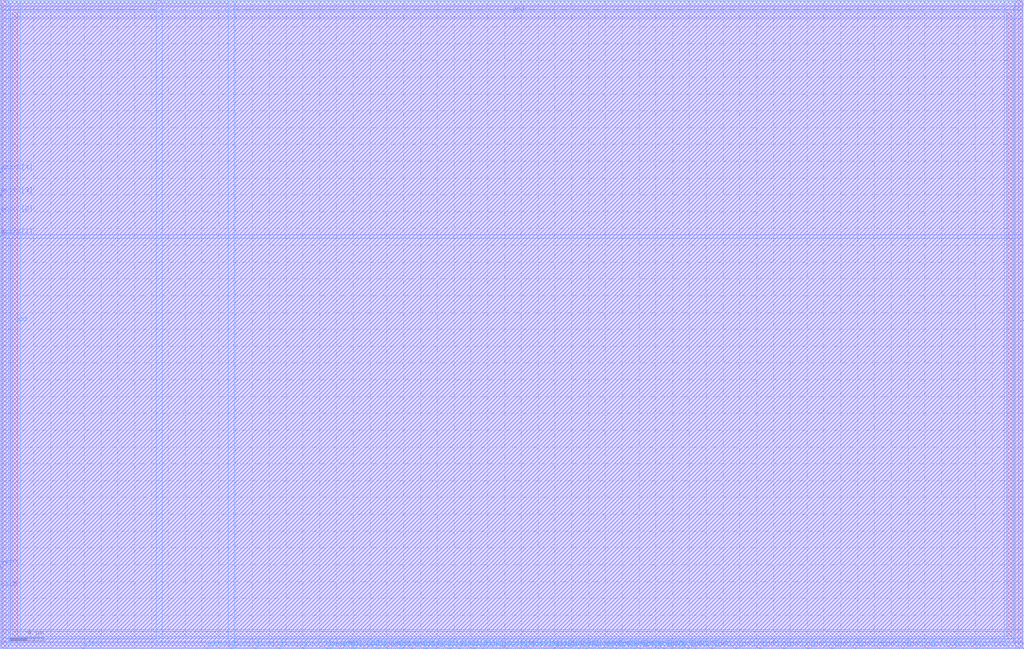
<source format=lef>
VERSION 5.4 ;
NAMESCASESENSITIVE ON ;
BUSBITCHARS "[]" ;
DIVIDERCHAR "/" ;
UNITS
  DATABASE MICRONS 2000 ;
END UNITS
MACRO sram_32b_64_1rw_freepdk45
   CLASS BLOCK ;
   SIZE 121.82 BY 77.215 ;
   SYMMETRY X Y R90 ;
   PIN din0[0]
      DIRECTION INPUT ;
      PORT
         LAYER metal4 ;
         RECT  27.4325 0.0 27.5725 0.14 ;
      END
   END din0[0]
   PIN din0[1]
      DIRECTION INPUT ;
      PORT
         LAYER metal4 ;
         RECT  30.2925 0.0 30.4325 0.14 ;
      END
   END din0[1]
   PIN din0[2]
      DIRECTION INPUT ;
      PORT
         LAYER metal4 ;
         RECT  33.1525 0.0 33.2925 0.14 ;
      END
   END din0[2]
   PIN din0[3]
      DIRECTION INPUT ;
      PORT
         LAYER metal4 ;
         RECT  36.0125 0.0 36.1525 0.14 ;
      END
   END din0[3]
   PIN din0[4]
      DIRECTION INPUT ;
      PORT
         LAYER metal4 ;
         RECT  38.8725 0.0 39.0125 0.14 ;
      END
   END din0[4]
   PIN din0[5]
      DIRECTION INPUT ;
      PORT
         LAYER metal4 ;
         RECT  41.7325 0.0 41.8725 0.14 ;
      END
   END din0[5]
   PIN din0[6]
      DIRECTION INPUT ;
      PORT
         LAYER metal4 ;
         RECT  44.5925 0.0 44.7325 0.14 ;
      END
   END din0[6]
   PIN din0[7]
      DIRECTION INPUT ;
      PORT
         LAYER metal4 ;
         RECT  47.4525 0.0 47.5925 0.14 ;
      END
   END din0[7]
   PIN din0[8]
      DIRECTION INPUT ;
      PORT
         LAYER metal4 ;
         RECT  50.3125 0.0 50.4525 0.14 ;
      END
   END din0[8]
   PIN din0[9]
      DIRECTION INPUT ;
      PORT
         LAYER metal4 ;
         RECT  53.1725 0.0 53.3125 0.14 ;
      END
   END din0[9]
   PIN din0[10]
      DIRECTION INPUT ;
      PORT
         LAYER metal4 ;
         RECT  56.0325 0.0 56.1725 0.14 ;
      END
   END din0[10]
   PIN din0[11]
      DIRECTION INPUT ;
      PORT
         LAYER metal4 ;
         RECT  58.8925 0.0 59.0325 0.14 ;
      END
   END din0[11]
   PIN din0[12]
      DIRECTION INPUT ;
      PORT
         LAYER metal4 ;
         RECT  61.7525 0.0 61.8925 0.14 ;
      END
   END din0[12]
   PIN din0[13]
      DIRECTION INPUT ;
      PORT
         LAYER metal4 ;
         RECT  64.6125 0.0 64.7525 0.14 ;
      END
   END din0[13]
   PIN din0[14]
      DIRECTION INPUT ;
      PORT
         LAYER metal4 ;
         RECT  67.4725 0.0 67.6125 0.14 ;
      END
   END din0[14]
   PIN din0[15]
      DIRECTION INPUT ;
      PORT
         LAYER metal4 ;
         RECT  70.3325 0.0 70.4725 0.14 ;
      END
   END din0[15]
   PIN din0[16]
      DIRECTION INPUT ;
      PORT
         LAYER metal4 ;
         RECT  73.1925 0.0 73.3325 0.14 ;
      END
   END din0[16]
   PIN din0[17]
      DIRECTION INPUT ;
      PORT
         LAYER metal4 ;
         RECT  76.0525 0.0 76.1925 0.14 ;
      END
   END din0[17]
   PIN din0[18]
      DIRECTION INPUT ;
      PORT
         LAYER metal4 ;
         RECT  78.9125 0.0 79.0525 0.14 ;
      END
   END din0[18]
   PIN din0[19]
      DIRECTION INPUT ;
      PORT
         LAYER metal4 ;
         RECT  81.7725 0.0 81.9125 0.14 ;
      END
   END din0[19]
   PIN din0[20]
      DIRECTION INPUT ;
      PORT
         LAYER metal4 ;
         RECT  84.6325 0.0 84.7725 0.14 ;
      END
   END din0[20]
   PIN din0[21]
      DIRECTION INPUT ;
      PORT
         LAYER metal4 ;
         RECT  87.4925 0.0 87.6325 0.14 ;
      END
   END din0[21]
   PIN din0[22]
      DIRECTION INPUT ;
      PORT
         LAYER metal4 ;
         RECT  90.3525 0.0 90.4925 0.14 ;
      END
   END din0[22]
   PIN din0[23]
      DIRECTION INPUT ;
      PORT
         LAYER metal4 ;
         RECT  93.2125 0.0 93.3525 0.14 ;
      END
   END din0[23]
   PIN din0[24]
      DIRECTION INPUT ;
      PORT
         LAYER metal4 ;
         RECT  96.0725 0.0 96.2125 0.14 ;
      END
   END din0[24]
   PIN din0[25]
      DIRECTION INPUT ;
      PORT
         LAYER metal4 ;
         RECT  98.9325 0.0 99.0725 0.14 ;
      END
   END din0[25]
   PIN din0[26]
      DIRECTION INPUT ;
      PORT
         LAYER metal4 ;
         RECT  101.7925 0.0 101.9325 0.14 ;
      END
   END din0[26]
   PIN din0[27]
      DIRECTION INPUT ;
      PORT
         LAYER metal4 ;
         RECT  104.6525 0.0 104.7925 0.14 ;
      END
   END din0[27]
   PIN din0[28]
      DIRECTION INPUT ;
      PORT
         LAYER metal4 ;
         RECT  107.5125 0.0 107.6525 0.14 ;
      END
   END din0[28]
   PIN din0[29]
      DIRECTION INPUT ;
      PORT
         LAYER metal4 ;
         RECT  110.3725 0.0 110.5125 0.14 ;
      END
   END din0[29]
   PIN din0[30]
      DIRECTION INPUT ;
      PORT
         LAYER metal4 ;
         RECT  113.2325 0.0 113.3725 0.14 ;
      END
   END din0[30]
   PIN din0[31]
      DIRECTION INPUT ;
      PORT
         LAYER metal4 ;
         RECT  116.0925 0.0 116.2325 0.14 ;
      END
   END din0[31]
   PIN addr0[0]
      DIRECTION INPUT ;
      PORT
         LAYER metal4 ;
         RECT  24.5725 0.0 24.7125 0.14 ;
      END
   END addr0[0]
   PIN addr0[1]
      DIRECTION INPUT ;
      PORT
         LAYER metal3 ;
         RECT  0.0 48.97 0.14 49.11 ;
      END
   END addr0[1]
   PIN addr0[2]
      DIRECTION INPUT ;
      PORT
         LAYER metal3 ;
         RECT  0.0 51.7 0.14 51.84 ;
      END
   END addr0[2]
   PIN addr0[3]
      DIRECTION INPUT ;
      PORT
         LAYER metal3 ;
         RECT  0.0 53.91 0.14 54.05 ;
      END
   END addr0[3]
   PIN addr0[4]
      DIRECTION INPUT ;
      PORT
         LAYER metal3 ;
         RECT  0.0 56.64 0.14 56.78 ;
      END
   END addr0[4]
   PIN addr0[5]
      DIRECTION INPUT ;
      PORT
         LAYER metal4 ;
         RECT  18.855 77.075 18.995 77.215 ;
      END
   END addr0[5]
   PIN csb0
      DIRECTION INPUT ;
      PORT
         LAYER metal3 ;
         RECT  0.0 6.98 0.14 7.12 ;
      END
   END csb0
   PIN web0
      DIRECTION INPUT ;
      PORT
         LAYER metal3 ;
         RECT  0.0 9.71 0.14 9.85 ;
      END
   END web0
   PIN clk0
      DIRECTION INPUT ;
      PORT
         LAYER metal4 ;
         RECT  9.84 0.0 9.98 0.14 ;
      END
   END clk0
   PIN dout0[0]
      DIRECTION OUTPUT ;
      PORT
         LAYER metal4 ;
         RECT  39.1575 0.0 39.2975 0.14 ;
      END
   END dout0[0]
   PIN dout0[1]
      DIRECTION OUTPUT ;
      PORT
         LAYER metal4 ;
         RECT  40.4725 0.0 40.6125 0.14 ;
      END
   END dout0[1]
   PIN dout0[2]
      DIRECTION OUTPUT ;
      PORT
         LAYER metal4 ;
         RECT  42.0175 0.0 42.1575 0.14 ;
      END
   END dout0[2]
   PIN dout0[3]
      DIRECTION OUTPUT ;
      PORT
         LAYER metal4 ;
         RECT  43.2925 0.0 43.4325 0.14 ;
      END
   END dout0[3]
   PIN dout0[4]
      DIRECTION OUTPUT ;
      PORT
         LAYER metal4 ;
         RECT  44.8775 0.0 45.0175 0.14 ;
      END
   END dout0[4]
   PIN dout0[5]
      DIRECTION OUTPUT ;
      PORT
         LAYER metal4 ;
         RECT  46.1125 0.0 46.2525 0.14 ;
      END
   END dout0[5]
   PIN dout0[6]
      DIRECTION OUTPUT ;
      PORT
         LAYER metal4 ;
         RECT  47.7375 0.0 47.8775 0.14 ;
      END
   END dout0[6]
   PIN dout0[7]
      DIRECTION OUTPUT ;
      PORT
         LAYER metal4 ;
         RECT  48.9325 0.0 49.0725 0.14 ;
      END
   END dout0[7]
   PIN dout0[8]
      DIRECTION OUTPUT ;
      PORT
         LAYER metal4 ;
         RECT  50.5975 0.0 50.7375 0.14 ;
      END
   END dout0[8]
   PIN dout0[9]
      DIRECTION OUTPUT ;
      PORT
         LAYER metal4 ;
         RECT  51.7525 0.0 51.8925 0.14 ;
      END
   END dout0[9]
   PIN dout0[10]
      DIRECTION OUTPUT ;
      PORT
         LAYER metal4 ;
         RECT  53.4575 0.0 53.5975 0.14 ;
      END
   END dout0[10]
   PIN dout0[11]
      DIRECTION OUTPUT ;
      PORT
         LAYER metal4 ;
         RECT  54.5725 0.0 54.7125 0.14 ;
      END
   END dout0[11]
   PIN dout0[12]
      DIRECTION OUTPUT ;
      PORT
         LAYER metal4 ;
         RECT  56.3175 0.0 56.4575 0.14 ;
      END
   END dout0[12]
   PIN dout0[13]
      DIRECTION OUTPUT ;
      PORT
         LAYER metal4 ;
         RECT  57.3925 0.0 57.5325 0.14 ;
      END
   END dout0[13]
   PIN dout0[14]
      DIRECTION OUTPUT ;
      PORT
         LAYER metal4 ;
         RECT  59.375 0.0 59.515 0.14 ;
      END
   END dout0[14]
   PIN dout0[15]
      DIRECTION OUTPUT ;
      PORT
         LAYER metal4 ;
         RECT  60.2125 0.0 60.3525 0.14 ;
      END
   END dout0[15]
   PIN dout0[16]
      DIRECTION OUTPUT ;
      PORT
         LAYER metal4 ;
         RECT  62.195 0.0 62.335 0.14 ;
      END
   END dout0[16]
   PIN dout0[17]
      DIRECTION OUTPUT ;
      PORT
         LAYER metal4 ;
         RECT  63.0325 0.0 63.1725 0.14 ;
      END
   END dout0[17]
   PIN dout0[18]
      DIRECTION OUTPUT ;
      PORT
         LAYER metal4 ;
         RECT  65.015 0.0 65.155 0.14 ;
      END
   END dout0[18]
   PIN dout0[19]
      DIRECTION OUTPUT ;
      PORT
         LAYER metal4 ;
         RECT  65.8525 0.0 65.9925 0.14 ;
      END
   END dout0[19]
   PIN dout0[20]
      DIRECTION OUTPUT ;
      PORT
         LAYER metal4 ;
         RECT  66.715 0.0 66.855 0.14 ;
      END
   END dout0[20]
   PIN dout0[21]
      DIRECTION OUTPUT ;
      PORT
         LAYER metal4 ;
         RECT  68.6725 0.0 68.8125 0.14 ;
      END
   END dout0[21]
   PIN dout0[22]
      DIRECTION OUTPUT ;
      PORT
         LAYER metal4 ;
         RECT  69.575 0.0 69.715 0.14 ;
      END
   END dout0[22]
   PIN dout0[23]
      DIRECTION OUTPUT ;
      PORT
         LAYER metal4 ;
         RECT  71.4925 0.0 71.6325 0.14 ;
      END
   END dout0[23]
   PIN dout0[24]
      DIRECTION OUTPUT ;
      PORT
         LAYER metal4 ;
         RECT  72.435 0.0 72.575 0.14 ;
      END
   END dout0[24]
   PIN dout0[25]
      DIRECTION OUTPUT ;
      PORT
         LAYER metal4 ;
         RECT  74.3125 0.0 74.4525 0.14 ;
      END
   END dout0[25]
   PIN dout0[26]
      DIRECTION OUTPUT ;
      PORT
         LAYER metal4 ;
         RECT  75.295 0.0 75.435 0.14 ;
      END
   END dout0[26]
   PIN dout0[27]
      DIRECTION OUTPUT ;
      PORT
         LAYER metal4 ;
         RECT  77.1325 0.0 77.2725 0.14 ;
      END
   END dout0[27]
   PIN dout0[28]
      DIRECTION OUTPUT ;
      PORT
         LAYER metal4 ;
         RECT  78.155 0.0 78.295 0.14 ;
      END
   END dout0[28]
   PIN dout0[29]
      DIRECTION OUTPUT ;
      PORT
         LAYER metal4 ;
         RECT  79.9525 0.0 80.0925 0.14 ;
      END
   END dout0[29]
   PIN dout0[30]
      DIRECTION OUTPUT ;
      PORT
         LAYER metal4 ;
         RECT  81.015 0.0 81.155 0.14 ;
      END
   END dout0[30]
   PIN dout0[31]
      DIRECTION OUTPUT ;
      PORT
         LAYER metal4 ;
         RECT  82.7725 0.0 82.9125 0.14 ;
      END
   END dout0[31]
   PIN vdd
      DIRECTION INOUT ;
      USE POWER ; 
      SHAPE ABUTMENT ; 
      PORT
         LAYER metal4 ;
         RECT  0.0 0.0 0.7 77.215 ;
         LAYER metal3 ;
         RECT  0.0 0.0 121.82 0.7 ;
         LAYER metal3 ;
         RECT  0.0 76.515 121.82 77.215 ;
         LAYER metal4 ;
         RECT  121.12 0.0 121.82 77.215 ;
      END
   END vdd
   PIN gnd
      DIRECTION INOUT ;
      USE GROUND ; 
      SHAPE ABUTMENT ; 
      PORT
         LAYER metal4 ;
         RECT  119.72 1.4 120.42 75.815 ;
         LAYER metal3 ;
         RECT  1.4 1.4 120.42 2.1 ;
         LAYER metal3 ;
         RECT  1.4 75.115 120.42 75.815 ;
         LAYER metal4 ;
         RECT  1.4 1.4 2.1 75.815 ;
      END
   END gnd
   OBS
   LAYER  metal1 ;
      RECT  0.14 0.14 121.68 77.075 ;
   LAYER  metal2 ;
      RECT  0.14 0.14 121.68 77.075 ;
   LAYER  metal3 ;
      RECT  0.28 48.83 121.68 49.25 ;
      RECT  0.14 49.25 0.28 51.56 ;
      RECT  0.14 51.98 0.28 53.77 ;
      RECT  0.14 54.19 0.28 56.5 ;
      RECT  0.14 7.26 0.28 9.57 ;
      RECT  0.14 9.99 0.28 48.83 ;
      RECT  0.14 0.84 0.28 6.84 ;
      RECT  0.14 56.92 0.28 76.375 ;
      RECT  0.28 0.84 1.26 1.26 ;
      RECT  0.28 1.26 1.26 2.24 ;
      RECT  0.28 2.24 1.26 48.83 ;
      RECT  1.26 0.84 120.56 1.26 ;
      RECT  1.26 2.24 120.56 48.83 ;
      RECT  120.56 0.84 121.68 1.26 ;
      RECT  120.56 1.26 121.68 2.24 ;
      RECT  120.56 2.24 121.68 48.83 ;
      RECT  0.28 49.25 1.26 74.975 ;
      RECT  0.28 74.975 1.26 75.955 ;
      RECT  0.28 75.955 1.26 76.375 ;
      RECT  1.26 49.25 120.56 74.975 ;
      RECT  1.26 75.955 120.56 76.375 ;
      RECT  120.56 49.25 121.68 74.975 ;
      RECT  120.56 74.975 121.68 75.955 ;
      RECT  120.56 75.955 121.68 76.375 ;
   LAYER  metal4 ;
      RECT  27.1525 0.42 27.8525 77.075 ;
      RECT  27.8525 0.14 30.0125 0.42 ;
      RECT  30.7125 0.14 32.8725 0.42 ;
      RECT  33.5725 0.14 35.7325 0.42 ;
      RECT  36.4325 0.14 38.5925 0.42 ;
      RECT  85.0525 0.14 87.2125 0.42 ;
      RECT  87.9125 0.14 90.0725 0.42 ;
      RECT  90.7725 0.14 92.9325 0.42 ;
      RECT  93.6325 0.14 95.7925 0.42 ;
      RECT  96.4925 0.14 98.6525 0.42 ;
      RECT  99.3525 0.14 101.5125 0.42 ;
      RECT  102.2125 0.14 104.3725 0.42 ;
      RECT  105.0725 0.14 107.2325 0.42 ;
      RECT  107.9325 0.14 110.0925 0.42 ;
      RECT  110.7925 0.14 112.9525 0.42 ;
      RECT  113.6525 0.14 115.8125 0.42 ;
      RECT  24.9925 0.14 27.1525 0.42 ;
      RECT  18.575 0.42 19.275 76.795 ;
      RECT  19.275 0.42 27.1525 76.795 ;
      RECT  19.275 76.795 27.1525 77.075 ;
      RECT  10.26 0.14 24.2925 0.42 ;
      RECT  39.5775 0.14 40.1925 0.42 ;
      RECT  40.8925 0.14 41.4525 0.42 ;
      RECT  42.4375 0.14 43.0125 0.42 ;
      RECT  43.7125 0.14 44.3125 0.42 ;
      RECT  45.2975 0.14 45.8325 0.42 ;
      RECT  46.5325 0.14 47.1725 0.42 ;
      RECT  48.1575 0.14 48.6525 0.42 ;
      RECT  49.3525 0.14 50.0325 0.42 ;
      RECT  51.0175 0.14 51.4725 0.42 ;
      RECT  52.1725 0.14 52.8925 0.42 ;
      RECT  53.8775 0.14 54.2925 0.42 ;
      RECT  54.9925 0.14 55.7525 0.42 ;
      RECT  56.7375 0.14 57.1125 0.42 ;
      RECT  57.8125 0.14 58.6125 0.42 ;
      RECT  59.795 0.14 59.9325 0.42 ;
      RECT  60.6325 0.14 61.4725 0.42 ;
      RECT  62.615 0.14 62.7525 0.42 ;
      RECT  63.4525 0.14 64.3325 0.42 ;
      RECT  65.435 0.14 65.5725 0.42 ;
      RECT  66.2725 0.14 66.435 0.42 ;
      RECT  67.135 0.14 67.1925 0.42 ;
      RECT  67.8925 0.14 68.3925 0.42 ;
      RECT  69.0925 0.14 69.295 0.42 ;
      RECT  69.995 0.14 70.0525 0.42 ;
      RECT  70.7525 0.14 71.2125 0.42 ;
      RECT  71.9125 0.14 72.155 0.42 ;
      RECT  72.855 0.14 72.9125 0.42 ;
      RECT  73.6125 0.14 74.0325 0.42 ;
      RECT  74.7325 0.14 75.015 0.42 ;
      RECT  75.715 0.14 75.7725 0.42 ;
      RECT  76.4725 0.14 76.8525 0.42 ;
      RECT  77.5525 0.14 77.875 0.42 ;
      RECT  78.575 0.14 78.6325 0.42 ;
      RECT  79.3325 0.14 79.6725 0.42 ;
      RECT  80.3725 0.14 80.735 0.42 ;
      RECT  81.435 0.14 81.4925 0.42 ;
      RECT  82.1925 0.14 82.4925 0.42 ;
      RECT  83.1925 0.14 84.3525 0.42 ;
      RECT  0.98 76.795 18.575 77.075 ;
      RECT  0.98 0.14 9.56 0.42 ;
      RECT  116.5125 0.14 120.84 0.42 ;
      RECT  27.8525 0.42 119.44 1.12 ;
      RECT  27.8525 1.12 119.44 76.095 ;
      RECT  27.8525 76.095 119.44 77.075 ;
      RECT  119.44 0.42 120.7 1.12 ;
      RECT  119.44 76.095 120.7 77.075 ;
      RECT  120.7 0.42 120.84 1.12 ;
      RECT  120.7 1.12 120.84 76.095 ;
      RECT  120.7 76.095 120.84 77.075 ;
      RECT  0.98 0.42 1.12 1.12 ;
      RECT  0.98 1.12 1.12 76.095 ;
      RECT  0.98 76.095 1.12 76.795 ;
      RECT  1.12 0.42 2.38 1.12 ;
      RECT  1.12 76.095 2.38 76.795 ;
      RECT  2.38 0.42 18.575 1.12 ;
      RECT  2.38 1.12 18.575 76.095 ;
      RECT  2.38 76.095 18.575 76.795 ;
   END
END    sram_32b_64_1rw_freepdk45
END    LIBRARY

</source>
